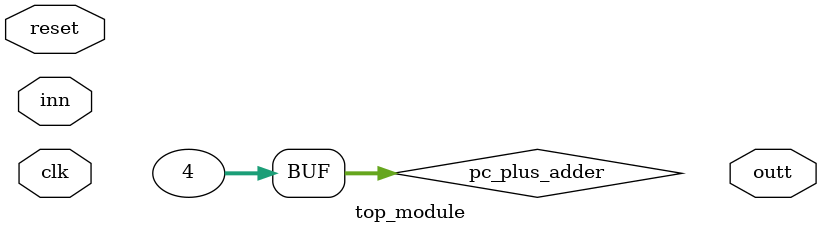
<source format=v>
`timescale 1ns / 1ps


module top_module(
    input clk,
    input reset,
    input [31:0] inn,
    output [31:0] outt
    );
    wire [31:0] SrcA,SrcB;
    wire [31:0] pc_wire;
    wire [31:0] pc_next_wire,pc_next_wire2;
    wire [31:0] instr_wire;
    wire [31:0] rd1_wire;
    wire [31:0] Alu_Carry;
    wire [31:0] srcb_wire;
    wire [31:0] rd2_wire;
    wire [31:0] imm_ext_wire;
    wire [31:0] alu_result_wire;
    wire [31:0] read_data_wire;
    wire [31:0] result_wire;
    wire [31:0] pc_plus_wire;
    wire [31:0] pc_target_wire, pc_target_wire_pre;
    wire zero;
    wire reg_write_wire;
    wire [2:0] imm_src_wire;
    wire alu_src_wire;
    wire [6:0] alu_control_wire;
    wire [3:0] mem_write_wire;
    wire [1:0] result_src_wire;
    wire  pc_src_wire;
    reg [31:0] pc_plus_adder = 4;
    
    //pipeline wires begin
    wire [31:0] PCF, PCD, PCE;
    wire [31:0] InstrF; //tamam
    wire [4:0] Rs1E,Rs2E; //tamam
    wire [4:0] RdE,RdM,RdW; //tamam
    wire [31:0] ImmExtE; //tamam
    wire [31:0] PcPlus4F, PcPlus4D, PcPlusE, PcPlusM, PcPlusW; //tamam
    wire [31:0] RD1E,RD2E; //tamam
    wire [31:0] WriteDataE,WriteDataM;
    wire [31:0] AluResultM, AluResultW; //tamam
    wire [31:0] ReadDataW; //tamam
    wire RegWriteE, RegWriteM, RegWriteW; //tamam
    wire JumpD, JumpE, BranchD, BranchE;
    wire [3:0] MemWriteE, MemWriteM; //tamam
    wire [1:0] Result_SrcE, Result_SrcM, Result_SrcW; //tamam
    wire Alu_srcE; //tamam
    wire [31:0] pc_targetM, pc_targetW;
    wire [1:0] ForwardBE, ForwardAE;
    wire StallF,StallD,StallE,StallM,FlushD,FlushE;
    wire target_choose,target_chooseE,target_chooseM;
    //pipeline wires end
    
    //branch prediction
    wire branch_o;
    wire [31:0] pc_wire_pre;
    wire branch_o_delay, branch_delayed;
    wire branch_load_back, branch_load_back_delayed;
    wire [31:0] pc_holder_for_branch_load_back, PCTar_reg_delay, PCPlus_reg_delay;
    wire pc_src_branch, zero_delay;
    
    // instruction compression
    wire compressed_or_not;
    wire [31:0] instruction_carry,instruction_carry_2;
    
    // Cache
    wire call_from_memory_wire, call_from_memory_wireE, call_from_memory_wireM;
    wire miss_wire;
    wire [31:0] cache_data_wire;
    wire [31:0] mainmem_result_wire;
    wire save_to_cache_wire;
    //FETCH

    jump_branch jbra (.jump(JumpE),.branch(branch_o),.zero(zero),.pc_src(pc_src_wire),.branch_o_delayed(branch_o_delay),.pc_src_branch(pc_src_branch));
    
    clk_pc_src_merge pc_src_all (.reset(reset),.clk(clk),.StallF(StallF),.pc_1(PcPlus4F),.pc_2(pc_target_wire),.pc_3(alu_result_wire),.pc_4(PCPlus_reg_delay),
                                 .pc_5(PCTar_reg_delay),.jump(JumpE),.branch_o(branch_o),.branch_o_delay(branch_o_delay),.target_choose(target_chooseE),.zero(zero),
                                 .zero_delay(zero_delay),.branch_load_back(branch_load_back),.pc_out(pc_wire));
    
    
    
    
//    clock clk_1 (.reset(reset),.StallF(StallF),.clk(clk),.pc_next(pc_next_wire2),.pc(pc_wire)); //clk merge comment out
    
    instruction_memory in_mem (.clk(clk),.reset(reset),.pc(pc_wire),.instr(instruction_carry),.compressed_or_not(compressed_or_not));
    
//    instruction_main_memory in_main_mem (.pc(pc_wire),.clk(clk),.reset(reset),.miss_cache(miss_cache),.instr_from_main_mem(instruction_carry_2));
    
//    instr_cache_L1 ins_cache (.cache_input(),.save_to_cache(instr_save),.miss_cache(miss_cache),.clk(clk),.reset(reset),.pc(pc_wire),.instr(instruction_carry));
    
//    cache_multiplexer ins_mult (.clk(clk),.layer1(instruction_carry),.layer2(instruction_carry_2),.miss(miss_cache),.out(),.save_to_cache(instr_save));
    
    instruction_decoder in_dec (.instr(instruction_carry),.compressed_or_not(compressed_or_not),.instr_o(InstrF));
    
    
    
    pc_adder pc_add_1 (.reset(reset),.in_up(pc_wire),.in_down(pc_plus_adder),.out(PcPlus4F),.compressed_or_not(compressed_or_not));
    
    
    fetch_to_decode f2d (.StallD(StallD),.FlushD(FlushD),.clk(clk),.reset(reset),.instr(InstrF),.instr_o(instr_wire),
                         .pc_plus(PcPlus4F),.pc_plus_o(PcPlus4D),.pcf(pc_wire),.pcf_o(PCD));
    
    //DECODE
    register_file reg_file (.clk(clk),.reset(reset),.a1(instr_wire[19:15]),.a2(instr_wire[24:20]),.a3(RdW),
                            .wd3(result_wire),.reg_write(RegWriteW),.rd1(rd1_wire),.rd2(rd2_wire));
    
    extend ext (.ex_in(instr_wire),.imm_src(imm_src_wire),.imm_ext(imm_ext_wire));
    
    control_unit c_unit (.reset(reset),.jump(JumpD),.branch(BranchD),.op(instr_wire[6:0]),.funct3(instr_wire[14:12]),.funct7(instr_wire[30]),
                        .zero(zero),.pc_src(target_choose),.result_src(result_src_wire),
                        .mem_write(mem_write_wire),.alu_control(alu_control_wire),.alu_src(alu_src_wire),
                        .imm_src(imm_src_wire),.reg_write(reg_write_wire),.call_from_memory(call_from_memory_wire));
         
    
    pc_adder_2 pc_add_2 (.reset(reset),.in_up(PCD),.in_down(imm_ext_wire),.out(pc_target_wire_pre));

    
    decode_to_execute d2e (.StallE(StallE),.FlushE(FlushE),.clk(clk),.reset(reset),.reg_write(reg_write_wire),.result_src(result_src_wire),.mem_write(mem_write_wire),.jump(JumpD),.branch(BranchD),
                            .alu_control(alu_control_wire),.alu_src(alu_src_wire),.rd1(rd1_wire),.rd2(rd2_wire),.pc(PCD),.rs1(instr_wire[19:15]),
                            .rs2(instr_wire[24:20]),.rdD(instr_wire[11:7]),.imm_ext(imm_ext_wire),.pc_plus(PcPlus4D),.pc_target_wire_pre(pc_target_wire_pre),.target_choose(target_choose),
                            .call_from_memory(call_from_memory_wire),
                            
                            .reg_write_o(RegWriteE),.result_src_o(Result_SrcE),.mem_write_o(MemWriteE),.jump_o(JumpE),.branch_o(BranchE),
                            .alu_control_o(Alu_Carry[6:0]),.alu_src_o(Alu_SrcE),.rd1_o(RD1E),.rd2_o(RD2E),.pc_o(PCE),.rs1_o(Rs1E),
                            .rs2_o(Rs2E),.rdD_o(RdE),.imm_ext_o(ImmExtE),.pc_plus_o(PcPlusE),.pc_target_wire(pc_target_wire),.target_choose_o(target_chooseE),
                            .call_from_memory_o(call_from_memory_wireE));
   
   

   
    //EXECUTE

    two_bit_multiplexer srca (.reset(reset),.in_1(RD1E),.in_2(result_wire),.in_3(AluResultM),.control(ForwardAE),.out(SrcA));
    
    two_bit_multiplexer w_data_e (.reset(reset),.in_1(RD2E),.in_2(result_wire),.in_3(AluResultM),.control(ForwardBE),.out(WriteDataE));
    
    one_bit_multiplexer alu_src_mult (.in_up(WriteDataE),.in_down(ImmExtE),.control(Alu_SrcE),.out(srcb_wire));
    
    alu alu1 (.reset(reset),.clk(clk),.srcA_us(SrcA),.srcB_us(srcb_wire),.alu_control(Alu_Carry[6:0]),
              .alu_control_1(alu_control_wire),.zero(zero),.alu_result(alu_result_wire));
    

    execute_to_memory e2m (.StallM(StallM),.clk(clk),.reset(reset),.reg_write(RegWriteE),.result_src(Result_SrcE),.mem_write(MemWriteE),.call_from_memory(call_from_memory_wireE),
                            .alu_result(alu_result_wire),.write_data(WriteDataE),.rdE(RdE),.pc_plus(PcPlusE),.pc_target_wire(pc_target_wire),.target_choose(target_chooseE),
                            
                            .reg_write_o(RegWriteM),.result_src_o(Result_SrcM),.mem_write_o(MemWriteM),.call_from_memory_o(call_from_memory_wireM),
                            .alu_result_o(AluResultM),.write_data_o(WriteDataM),.rdE_o(RdM),.pc_plus_o(PcPlusM),.pc_target_wire_o(pc_targetM),.target_choose_o(target_chooseM));
    
    //MEMORY
//    data_memory d_mem (.clk(clk),.reset(reset),.alu_result(AluResultM),.write_data(WriteDataM),.mem_write(MemWriteM),.read_data(read_data_wire));
    
    cache_L1 cache (.clk(clk),.reset(reset),.mem_write(MemWriteM),.write_data(WriteDataM),.alu_result(AluResultM),.miss(miss_wire),.read_data(cache_data_wire),.save_to_cache(save_to_cache_wire),.mainmem_result(mainmem_result_wire));
    
    main_memory m_mem (.clk(clk),.reset(reset),.alu_result(AluResultM),.out(mainmem_result_wire),.mem_write(MemWriteM),.write_data(WriteDataM));
    
    cache_multiplexer cmult (.clk(clk),.layer1(cache_data_wire),.layer2(mainmem_result_wire),.miss(miss_wire),.out(read_data_wire),.save_to_cache(save_to_cache_wire));
    
    memory_to_writeback m2w (.clk(clk),.reset(reset),.reg_write(RegWriteM),.result_src(Result_SrcM),.alu_result(AluResultM),
                             .read_data(read_data_wire),.rdM(RdM),.pc_plus(PcPlusM),.pc_target_wire(pc_targetM),
                             
                             .reg_write_o(RegWriteW),.result_src_o(Result_SrcW),.alu_result_o(AluResultW),
                             .read_data_o(ReadDataW),.rdM_o(RdW),.pc_plus_o(PcPlusW),.pc_target_wire_o(pc_targetW));
                             
    //WRITE BACK

    two_bit_multiplexer result_src_mult (.reset(reset),.in_1(AluResultW),.in_2(ReadDataW),.in_3(PcPlusW),.in_4(pc_targetW),.control(Result_SrcW),.out(result_wire));


    //HAZARD
    
    hazard_unit hunit (.clk(clk),.reset(reset),.op(instr_wire[6:0]),.branch_load_back(branch_load_back),.miss(miss_wire),
                       .StallF(StallF),.StallD(StallD),.StallE(StallE),.StallM(StallM),.FlushD(FlushD),.Rs1D(instr_wire[19:15]),.Rs2D(instr_wire[24:20]),.FlushE(FlushE),.RdE(RdE),.Rs2E(Rs2E),
                       .Rs1E(Rs1E),.PCSrcE(pc_src_wire),.ForwardAE(ForwardAE),.ForwardBE(ForwardBE),.call_from_memory(call_from_memory_wire),.call_from_memoryE(call_from_memory_wireE),.call_from_memoryM(call_from_memory_wireM),
                       .Result_SrcE(Result_SrcE),.RdM(RdM),.RegWriteM(RegWriteM),.RdW(RdW),.RegWriteW(RegWriteW),.branch_o(branch_o));
                       
                       
    //  BRANCH PREDICTION
    registerr regreg (.reset(reset),.clk(clk),.in_1(branch_o),.in_2(BranchD),.in_3(branch_load_back),.in_4(zero),.out1(branch_o_delay),.out2(branch_delayed),.out3(branch_load_back_delayed),.out4(zero_delay));
    
    pc_register pc_reg (.clk(clk),.reset(reset),.PCPlus4(PcPlus4D),.PCTarget(pc_target_wire_pre),.PCE(PCPlus_reg_delay),.PCTarE(PCTar_reg_delay),.branch_load_back(branch_load_back),.compressed_or_not(compressed_or_not));

    branch_predictor_pc_based bra_pre_pc_base (.clk(clk),.reset(reset),.branch(BranchD),.alu_branch(zero),.pc(PCD),.pc_2(pc_wire)
                                              ,.branch_delayed(branch_delayed),.branch_o_delayed(branch_o_delay),.branch_load_back(branch_load_back),.branch_predict(branch_o));
endmodule

</source>
